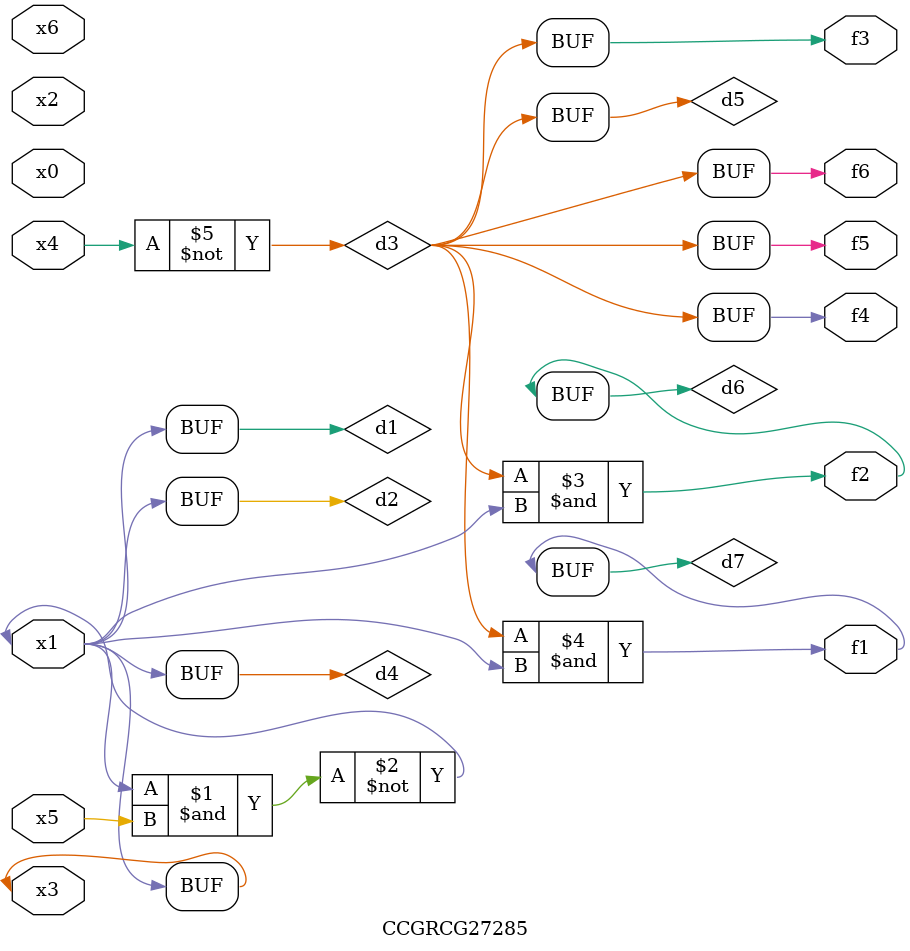
<source format=v>
module CCGRCG27285(
	input x0, x1, x2, x3, x4, x5, x6,
	output f1, f2, f3, f4, f5, f6
);

	wire d1, d2, d3, d4, d5, d6, d7;

	buf (d1, x1, x3);
	nand (d2, x1, x5);
	not (d3, x4);
	buf (d4, d1, d2);
	buf (d5, d3);
	and (d6, d3, d4);
	and (d7, d3, d4);
	assign f1 = d7;
	assign f2 = d6;
	assign f3 = d5;
	assign f4 = d5;
	assign f5 = d5;
	assign f6 = d5;
endmodule

</source>
